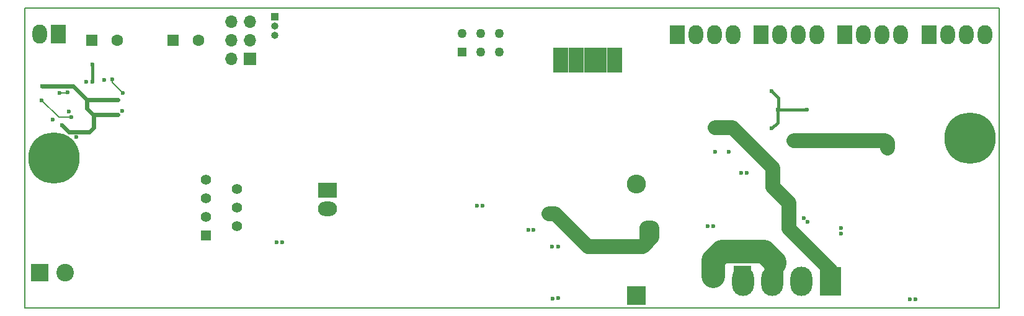
<source format=gbr>
G04 #@! TF.FileFunction,Copper,L3,Inr,Signal*
%FSLAX46Y46*%
G04 Gerber Fmt 4.6, Leading zero omitted, Abs format (unit mm)*
G04 Created by KiCad (PCBNEW 4.0.7) date 06/14/18 22:28:00*
%MOMM*%
%LPD*%
G01*
G04 APERTURE LIST*
%ADD10C,0.100000*%
%ADD11C,0.150000*%
%ADD12R,1.600000X1.600000*%
%ADD13C,1.600000*%
%ADD14R,2.600000X2.600000*%
%ADD15O,2.600000X2.600000*%
%ADD16C,7.000000*%
%ADD17R,1.700000X1.700000*%
%ADD18O,1.700000X1.700000*%
%ADD19R,1.000000X1.000000*%
%ADD20O,1.000000X1.000000*%
%ADD21R,2.350000X3.000000*%
%ADD22O,2.350000X3.000000*%
%ADD23C,1.270000*%
%ADD24R,1.270000X1.270000*%
%ADD25R,2.000000X2.600000*%
%ADD26O,2.000000X2.600000*%
%ADD27R,1.397000X1.397000*%
%ADD28C,1.397000*%
%ADD29R,1.100000X0.890000*%
%ADD30R,2.600000X2.000000*%
%ADD31O,2.600000X2.000000*%
%ADD32C,2.400000*%
%ADD33R,2.400000X2.400000*%
%ADD34R,3.000000X4.000000*%
%ADD35O,3.000000X4.000000*%
%ADD36C,0.600000*%
%ADD37C,2.000000*%
%ADD38C,3.200000*%
%ADD39C,2.400000*%
%ADD40C,0.415000*%
%ADD41C,0.159000*%
%ADD42C,0.555000*%
G04 APERTURE END LIST*
D10*
D11*
X25000000Y-164000000D02*
X25000000Y-123000000D01*
X158000000Y-164000000D02*
X25000000Y-164000000D01*
X158000000Y-123000000D02*
X158000000Y-164000000D01*
X25000000Y-123000000D02*
X158000000Y-123000000D01*
D12*
X45200000Y-127450000D03*
D13*
X48700000Y-127450000D03*
D12*
X34100000Y-127450000D03*
D13*
X37600000Y-127450000D03*
D14*
X108490000Y-162350000D03*
D15*
X108490000Y-147110000D03*
D16*
X154010000Y-140810000D03*
D17*
X55690000Y-129950000D03*
D18*
X53150000Y-129950000D03*
X55690000Y-127410000D03*
X53150000Y-127410000D03*
X55690000Y-124870000D03*
X53150000Y-124870000D03*
D19*
X59090000Y-124250000D03*
D20*
X59090000Y-125520000D03*
X59090000Y-126790000D03*
D21*
X122950000Y-159700000D03*
D22*
X118990000Y-159700000D03*
D23*
X84690000Y-126480000D03*
X87230000Y-126480000D03*
X89770000Y-126480000D03*
D24*
X84690000Y-129020000D03*
D23*
X87230000Y-129020000D03*
X89770000Y-129020000D03*
D25*
X125520000Y-126650000D03*
D26*
X128060000Y-126650000D03*
X130600000Y-126650000D03*
X133140000Y-126650000D03*
D25*
X114080000Y-126650000D03*
D26*
X116620000Y-126650000D03*
X119160000Y-126650000D03*
X121700000Y-126650000D03*
D25*
X136950000Y-126650000D03*
D26*
X139490000Y-126650000D03*
X142030000Y-126650000D03*
X144570000Y-126650000D03*
D25*
X148400000Y-126650000D03*
D26*
X150940000Y-126650000D03*
X153480000Y-126650000D03*
X156020000Y-126650000D03*
D27*
X49734000Y-154120000D03*
D28*
X53925000Y-152850000D03*
X49734000Y-151580000D03*
X53925000Y-150310000D03*
X49734000Y-149040000D03*
X53925000Y-147770000D03*
X49734000Y-146500000D03*
D29*
X106045000Y-131385000D03*
X106045000Y-130535000D03*
X106045000Y-128835000D03*
X106045000Y-129685000D03*
X104988750Y-129685000D03*
X104988750Y-128835000D03*
X104988750Y-130535000D03*
X104988750Y-131385000D03*
X103932500Y-131385000D03*
X103932500Y-130535000D03*
X103932500Y-128835000D03*
X103932500Y-129685000D03*
X102876250Y-129685000D03*
X102876250Y-128835000D03*
X102876250Y-130535000D03*
X102876250Y-131385000D03*
X101820000Y-131385000D03*
X101820000Y-130535000D03*
X101820000Y-128835000D03*
X101820000Y-129685000D03*
X100763750Y-129685000D03*
X100763750Y-128835000D03*
X100763750Y-130535000D03*
X100763750Y-131385000D03*
X99707500Y-131385000D03*
X99707500Y-130535000D03*
X99707500Y-128835000D03*
X99707500Y-129685000D03*
X98651250Y-129685000D03*
X98651250Y-128835000D03*
X98651250Y-130535000D03*
X98651250Y-131385000D03*
X97595000Y-131385000D03*
X97595000Y-130535000D03*
X97595000Y-128835000D03*
X97595000Y-129685000D03*
D16*
X29000000Y-143500000D03*
D30*
X66330000Y-147920000D03*
D31*
X66330000Y-150460000D03*
D25*
X29550000Y-126600000D03*
D26*
X27010000Y-126600000D03*
D32*
X30500000Y-159200000D03*
D33*
X27000000Y-159200000D03*
D34*
X134950000Y-160350000D03*
D35*
X130987600Y-160350000D03*
X127025200Y-160350000D03*
X123062800Y-160350000D03*
D36*
X109870000Y-153110000D03*
X110610000Y-153090000D03*
X97270000Y-151120000D03*
X96530000Y-151140000D03*
X34180000Y-133140000D03*
X34180000Y-130700000D03*
X28770000Y-138240000D03*
X32020000Y-140650000D03*
X121050000Y-142650000D03*
X119180000Y-142650000D03*
X131300000Y-151700000D03*
X131830000Y-152220000D03*
X123520000Y-145550000D03*
X122770000Y-145530000D03*
X121100000Y-139390000D03*
X119180000Y-139390000D03*
X118960000Y-152830000D03*
X118220000Y-152850000D03*
X96990000Y-155630000D03*
X97770000Y-155620000D03*
X97760000Y-162690000D03*
X97000000Y-162710000D03*
X142710000Y-141180000D03*
X142720000Y-142140000D03*
X129960000Y-141110000D03*
X130700000Y-141110000D03*
X31020000Y-137140000D03*
X35790000Y-132810000D03*
X29760000Y-134600000D03*
X30850000Y-134560000D03*
X146570000Y-162800000D03*
X136390000Y-153110000D03*
X145830000Y-162800000D03*
X136390000Y-153860000D03*
X30050000Y-139000000D03*
X33770000Y-139920000D03*
X37700000Y-137550000D03*
X27320000Y-133730000D03*
X37660000Y-135550000D03*
X33400000Y-133120000D03*
X59330000Y-155030000D03*
X60080000Y-155010000D03*
X94410000Y-153360000D03*
X93710000Y-153360000D03*
X87450000Y-150050000D03*
X86730000Y-150070000D03*
X131750000Y-136890000D03*
X126930000Y-139490000D03*
X127770000Y-136920000D03*
X126910000Y-134400000D03*
X38260000Y-137080000D03*
X36900000Y-132770000D03*
X38360000Y-134650000D03*
X31360000Y-137960000D03*
X27310000Y-135660000D03*
D37*
X109890000Y-153090000D02*
X109890000Y-155080000D01*
X109890000Y-155080000D02*
X109320000Y-155650000D01*
X110610000Y-153090000D02*
X109890000Y-153090000D01*
X109890000Y-153090000D02*
X109870000Y-153110000D01*
X97270000Y-151120000D02*
X97330000Y-151120000D01*
X97330000Y-151120000D02*
X101860000Y-155650000D01*
X101860000Y-155650000D02*
X109320000Y-155650000D01*
X110610000Y-154360000D02*
X110610000Y-153090000D01*
X109320000Y-155650000D02*
X110610000Y-154360000D01*
X97270000Y-151120000D02*
X96550000Y-151120000D01*
X96550000Y-151120000D02*
X96530000Y-151140000D01*
X96550000Y-151120000D02*
X96530000Y-151140000D01*
D38*
X118990000Y-157480000D02*
X118990000Y-159700000D01*
X120160000Y-156310000D02*
X118990000Y-157480000D01*
X125930000Y-156310000D02*
X120160000Y-156310000D01*
X127330000Y-157710000D02*
X125930000Y-156310000D01*
X127330000Y-157870000D02*
X127330000Y-157710000D01*
D39*
X127330000Y-157870000D02*
X127300000Y-157840000D01*
D40*
X34180000Y-133140000D02*
X34180000Y-130700000D01*
D37*
X121590000Y-139390000D02*
X121100000Y-139390000D01*
X127100000Y-144900000D02*
X121590000Y-139390000D01*
X127100000Y-147500000D02*
X127100000Y-144900000D01*
X129250000Y-149650000D02*
X127100000Y-147500000D01*
X129250000Y-153170000D02*
X129250000Y-149650000D01*
X134950000Y-158870000D02*
X129250000Y-153170000D01*
X134950000Y-158870000D02*
X134950000Y-160350000D01*
X119180000Y-139390000D02*
X121100000Y-139390000D01*
X142720000Y-141400000D02*
X142720000Y-142140000D01*
X130700000Y-141110000D02*
X142430000Y-141110000D01*
X142430000Y-141110000D02*
X142720000Y-141400000D01*
X129960000Y-141110000D02*
X130700000Y-141110000D01*
D39*
X127330000Y-160350000D02*
X127330000Y-157870000D01*
D41*
X30810000Y-134600000D02*
X29760000Y-134600000D01*
X30850000Y-134560000D02*
X30810000Y-134600000D01*
D42*
X30970000Y-139920000D02*
X33770000Y-139920000D01*
X30050000Y-139000000D02*
X30970000Y-139920000D01*
X34360000Y-137550000D02*
X34360000Y-139330000D01*
X34360000Y-139330000D02*
X33770000Y-139920000D01*
X33490000Y-135550000D02*
X33490000Y-136760000D01*
X34280000Y-137550000D02*
X34360000Y-137550000D01*
X34360000Y-137550000D02*
X37700000Y-137550000D01*
X33490000Y-136760000D02*
X34280000Y-137550000D01*
X27320000Y-133730000D02*
X31610000Y-133730000D01*
X33430000Y-135550000D02*
X33490000Y-135550000D01*
X33490000Y-135550000D02*
X37660000Y-135550000D01*
X31610000Y-133730000D02*
X33430000Y-135550000D01*
D40*
X131750000Y-136890000D02*
X131720000Y-136920000D01*
X131720000Y-136920000D02*
X127770000Y-136920000D01*
X127770000Y-136920000D02*
X127770000Y-138650000D01*
X127770000Y-138650000D02*
X126930000Y-139490000D01*
X127820000Y-136300000D02*
X127820000Y-135310000D01*
X127770000Y-136920000D02*
X127820000Y-136870000D01*
X127820000Y-136870000D02*
X127820000Y-136300000D01*
X127820000Y-135310000D02*
X126910000Y-134400000D01*
D41*
X36900000Y-133190000D02*
X36900000Y-132770000D01*
X38360000Y-134650000D02*
X36900000Y-133190000D01*
X29610000Y-137960000D02*
X31360000Y-137960000D01*
X27310000Y-135660000D02*
X29610000Y-137960000D01*
M02*

</source>
